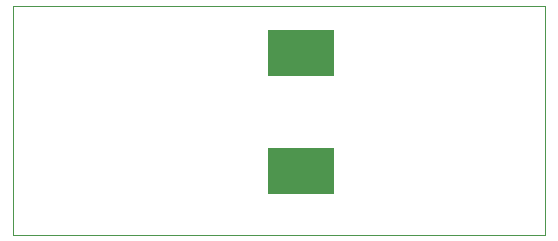
<source format=gbs>
G75*
%MOIN*%
%OFA0B0*%
%FSLAX25Y25*%
%IPPOS*%
%LPD*%
%AMOC8*
5,1,8,0,0,1.08239X$1,22.5*
%
%ADD10C,0.00000*%
%ADD11R,0.22054X0.15557*%
D10*
X0002291Y0002097D02*
X0002291Y0078534D01*
X0179516Y0078534D01*
X0179516Y0002097D01*
X0002291Y0002097D01*
D11*
X0098354Y0023554D03*
X0098354Y0062727D03*
M02*

</source>
